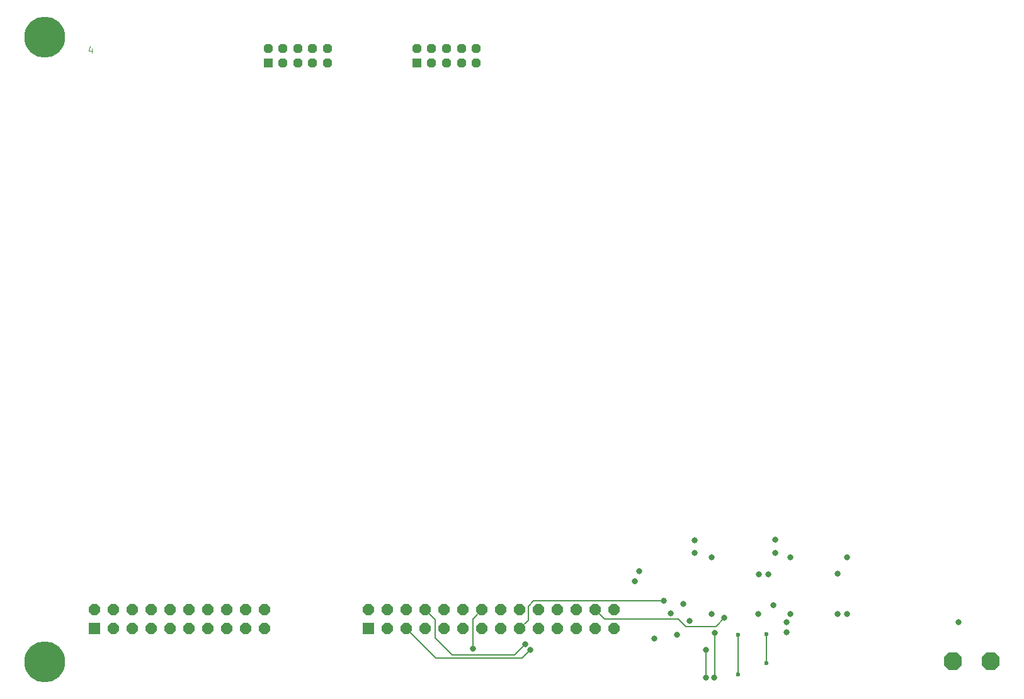
<source format=gbr>
%TF.GenerationSoftware,KiCad,Pcbnew,8.0.8-8.0.8-0~ubuntu22.04.1*%
%TF.CreationDate,2025-02-04T16:45:40+01:00*%
%TF.ProjectId,EEZ DIB 1.2 template,45455a20-4449-4422-9031-2e322074656d,rev?*%
%TF.SameCoordinates,Original*%
%TF.FileFunction,Copper,L4,Bot*%
%TF.FilePolarity,Positive*%
%FSLAX46Y46*%
G04 Gerber Fmt 4.6, Leading zero omitted, Abs format (unit mm)*
G04 Created by KiCad (PCBNEW 8.0.8-8.0.8-0~ubuntu22.04.1) date 2025-02-04 16:45:40*
%MOMM*%
%LPD*%
G01*
G04 APERTURE LIST*
G04 Aperture macros list*
%AMOutline5P*
0 Free polygon, 5 corners , with rotation*
0 The origin of the aperture is its center*
0 number of corners: always 5*
0 $1 to $10 corner X, Y*
0 $11 Rotation angle, in degrees counterclockwise*
0 create outline with 5 corners*
4,1,5,$1,$2,$3,$4,$5,$6,$7,$8,$9,$10,$1,$2,$11*%
%AMOutline6P*
0 Free polygon, 6 corners , with rotation*
0 The origin of the aperture is its center*
0 number of corners: always 6*
0 $1 to $12 corner X, Y*
0 $13 Rotation angle, in degrees counterclockwise*
0 create outline with 6 corners*
4,1,6,$1,$2,$3,$4,$5,$6,$7,$8,$9,$10,$11,$12,$1,$2,$13*%
%AMOutline7P*
0 Free polygon, 7 corners , with rotation*
0 The origin of the aperture is its center*
0 number of corners: always 7*
0 $1 to $14 corner X, Y*
0 $15 Rotation angle, in degrees counterclockwise*
0 create outline with 7 corners*
4,1,7,$1,$2,$3,$4,$5,$6,$7,$8,$9,$10,$11,$12,$13,$14,$1,$2,$15*%
%AMOutline8P*
0 Free polygon, 8 corners , with rotation*
0 The origin of the aperture is its center*
0 number of corners: always 8*
0 $1 to $16 corner X, Y*
0 $17 Rotation angle, in degrees counterclockwise*
0 create outline with 8 corners*
4,1,8,$1,$2,$3,$4,$5,$6,$7,$8,$9,$10,$11,$12,$13,$14,$15,$16,$1,$2,$17*%
G04 Aperture macros list end*
%ADD10C,0.101600*%
%TA.AperFunction,NonConductor*%
%ADD11C,0.101600*%
%TD*%
%TA.AperFunction,ComponentPad*%
%ADD12Outline8P,-1.200000X0.497056X-0.497056X1.200000X0.497056X1.200000X1.200000X0.497056X1.200000X-0.497056X0.497056X-1.200000X-0.497056X-1.200000X-1.200000X-0.497056X270.000000*%
%TD*%
%TA.AperFunction,ComponentPad*%
%ADD13R,1.200000X1.200000*%
%TD*%
%TA.AperFunction,ComponentPad*%
%ADD14Outline8P,-0.600000X0.248528X-0.248528X0.600000X0.248528X0.600000X0.600000X0.248528X0.600000X-0.248528X0.248528X-0.600000X-0.248528X-0.600000X-0.600000X-0.248528X0.000000*%
%TD*%
%TA.AperFunction,ComponentPad*%
%ADD15R,1.500000X1.500000*%
%TD*%
%TA.AperFunction,ComponentPad*%
%ADD16Outline8P,-0.750000X0.310660X-0.310660X0.750000X0.310660X0.750000X0.750000X0.310660X0.750000X-0.310660X0.310660X-0.750000X-0.310660X-0.750000X-0.750000X-0.310660X0.000000*%
%TD*%
%TA.AperFunction,ComponentPad*%
%ADD17C,5.500000*%
%TD*%
%TA.AperFunction,ComponentPad*%
%ADD18Outline8P,-0.750000X0.310660X-0.310660X0.750000X0.310660X0.750000X0.750000X0.310660X0.750000X-0.310660X0.310660X-0.750000X-0.310660X-0.750000X-0.750000X-0.310660X180.000000*%
%TD*%
%TA.AperFunction,ViaPad*%
%ADD19C,0.806400*%
%TD*%
%TA.AperFunction,ViaPad*%
%ADD20C,0.600000*%
%TD*%
%TA.AperFunction,Conductor*%
%ADD21C,0.203200*%
%TD*%
G04 APERTURE END LIST*
D10*
D11*
X92820672Y-64551210D02*
X92820672Y-65160810D01*
X92602957Y-64202868D02*
X92385243Y-64856010D01*
X92385243Y-64856010D02*
X92951300Y-64856010D01*
D12*
%TO.P,J1,1*%
%TO.N,PE*%
X213677100Y-146915600D03*
%TO.P,J1,2*%
%TO.N,unconnected-(J1-Pad2)*%
X208597100Y-146915600D03*
%TD*%
D13*
%TO.P,X4,1,Pin_1*%
%TO.N,GND*%
X136500000Y-66500000D03*
D14*
%TO.P,X4,2,Pin_2*%
X136500000Y-64500000D03*
%TO.P,X4,3,Pin_3*%
%TO.N,/DIB v1.2 interface/AFE2N*%
X138500000Y-66500000D03*
%TO.P,X4,4,Pin_4*%
%TO.N,/DIB v1.2 interface/AFE2P*%
X138500000Y-64500000D03*
%TO.P,X4,5,Pin_5*%
%TO.N,GND*%
X140500000Y-66500000D03*
%TO.P,X4,6,Pin_6*%
X140500000Y-64500000D03*
%TO.P,X4,7,Pin_7*%
%TO.N,ADIB2_ID0*%
X142500000Y-66500000D03*
%TO.P,X4,8,Pin_8*%
%TO.N,ADIB2_ID2*%
X142500000Y-64500000D03*
%TO.P,X4,9,Pin_9*%
%TO.N,ADIB2_ID1*%
X144500000Y-66500000D03*
%TO.P,X4,10,Pin_10*%
%TO.N,GND*%
X144500000Y-64500000D03*
%TD*%
D13*
%TO.P,X3,1,Pin_1*%
%TO.N,GND*%
X116500000Y-66500000D03*
D14*
%TO.P,X3,2,Pin_2*%
X116500000Y-64500000D03*
%TO.P,X3,3,Pin_3*%
%TO.N,/DIB v1.2 interface/AFE1N*%
X118500000Y-66500000D03*
%TO.P,X3,4,Pin_4*%
%TO.N,/DIB v1.2 interface/AFE1P*%
X118500000Y-64500000D03*
%TO.P,X3,5,Pin_5*%
%TO.N,GND*%
X120500000Y-66500000D03*
%TO.P,X3,6,Pin_6*%
X120500000Y-64500000D03*
%TO.P,X3,7,Pin_7*%
%TO.N,ADIB1_ID0*%
X122500000Y-66500000D03*
%TO.P,X3,8,Pin_8*%
%TO.N,ADIB1_ID2*%
X122500000Y-64500000D03*
%TO.P,X3,9,Pin_9*%
%TO.N,ADIB1_ID1*%
X124500000Y-66500000D03*
%TO.P,X3,10,Pin_10*%
%TO.N,GND*%
X124500000Y-64500000D03*
%TD*%
D15*
%TO.P,X2,1,Pin_1*%
%TO.N,+3V3*%
X129980000Y-142540000D03*
D16*
%TO.P,X2,2,Pin_2*%
%TO.N,unconnected-(X2-Pin_2-Pad2)*%
X129980000Y-140000000D03*
%TO.P,X2,3,Pin_3*%
%TO.N,unconnected-(X2-Pin_3-Pad3)*%
X132520000Y-142540000D03*
%TO.P,X2,4,Pin_4*%
%TO.N,/DIB v1.2 interface/DIB_NRESET*%
X132520000Y-140000000D03*
%TO.P,X2,5,Pin_5*%
%TO.N,/DIB v1.2 interface/DIB_SCL*%
X135060000Y-142540000D03*
%TO.P,X2,6,Pin_6*%
%TO.N,/DIB v1.2 interface/OE_SYNC*%
X135060000Y-140000000D03*
%TO.P,X2,7,Pin_7*%
%TO.N,GNDIO*%
X137600000Y-142540000D03*
%TO.P,X2,8,Pin_8*%
%TO.N,/DIB v1.2 interface/DIB_SDA*%
X137600000Y-140000000D03*
%TO.P,X2,9,Pin_9*%
%TO.N,Net-(RN1B-2)*%
X140140000Y-142540000D03*
%TO.P,X2,10,Pin_10*%
%TO.N,/DIB v1.2 interface/DIB_IRQ*%
X140140000Y-140000000D03*
%TO.P,X2,11,Pin_11*%
%TO.N,GNDIO*%
X142680000Y-142540000D03*
%TO.P,X2,12,Pin_12*%
%TO.N,/DIB v1.2 interface/DIB_CSB*%
X142680000Y-140000000D03*
%TO.P,X2,13,Pin_13*%
%TO.N,Net-(RN1C-2)*%
X145220000Y-142540000D03*
%TO.P,X2,14,Pin_14*%
%TO.N,Net-(RN1A-2)*%
X145220000Y-140000000D03*
%TO.P,X2,15,Pin_15*%
%TO.N,Net-(RN1D-2)*%
X147760000Y-142540000D03*
%TO.P,X2,16,Pin_16*%
%TO.N,GNDIO*%
X147760000Y-140000000D03*
%TO.P,X2,17,Pin_17*%
%TO.N,/DIB v1.2 interface/DIB_A0*%
X150300000Y-142540000D03*
%TO.P,X2,18,Pin_18*%
%TO.N,/DIB v1.2 interface/DIB_A2*%
X150300000Y-140000000D03*
%TO.P,X2,19,Pin_19*%
%TO.N,/DIB v1.2 interface/DIB_A1*%
X152840000Y-142540000D03*
%TO.P,X2,20,Pin_20*%
%TO.N,GNDIO*%
X152840000Y-140000000D03*
%TO.P,X2,21,Pin_21*%
%TO.N,unconnected-(X2-Pin_21-Pad21)*%
X155380000Y-142540000D03*
%TO.P,X2,22,Pin_22*%
%TO.N,unconnected-(X2-Pin_22-Pad22)*%
X155380000Y-140000000D03*
%TO.P,X2,23,Pin_23*%
%TO.N,+5V*%
X157920000Y-142540000D03*
%TO.P,X2,24,Pin_24*%
X157920000Y-140000000D03*
%TO.P,X2,25,Pin_25*%
%TO.N,GNDIO*%
X160460000Y-142540000D03*
%TO.P,X2,26,Pin_26*%
%TO.N,/DIB v1.2 interface/DIB_BOOT*%
X160460000Y-140000000D03*
%TO.P,X2,27,Pin_27*%
%TO.N,unconnected-(X2-Pin_27-Pad27)*%
X163000000Y-142540000D03*
%TO.P,X2,28,Pin_28*%
%TO.N,unconnected-(X2-Pin_28-Pad28)*%
X163000000Y-140000000D03*
%TD*%
D17*
%TO.P,KK1,*%
%TO.N,*%
X86500000Y-63000000D03*
%TD*%
D15*
%TO.P,X1,1,Pin_1*%
%TO.N,unconnected-(X1-Pin_1-Pad1)*%
X93140000Y-142540000D03*
D18*
%TO.P,X1,2,Pin_2*%
%TO.N,unconnected-(X1-Pin_2-Pad2)*%
X93140000Y-140000000D03*
%TO.P,X1,3,Pin_3*%
%TO.N,unconnected-(X1-Pin_3-Pad3)*%
X95680000Y-142540000D03*
%TO.P,X1,4,Pin_4*%
%TO.N,unconnected-(X1-Pin_4-Pad4)*%
X95680000Y-140000000D03*
%TO.P,X1,5,Pin_5*%
%TO.N,unconnected-(X1-Pin_5-Pad5)*%
X98220000Y-142540000D03*
%TO.P,X1,6,Pin_6*%
%TO.N,unconnected-(X1-Pin_6-Pad6)*%
X98220000Y-140000000D03*
%TO.P,X1,7,Pin_7*%
%TO.N,unconnected-(X1-Pin_7-Pad7)*%
X100760000Y-142540000D03*
%TO.P,X1,8,Pin_8*%
%TO.N,unconnected-(X1-Pin_8-Pad8)*%
X100760000Y-140000000D03*
%TO.P,X1,9,Pin_9*%
%TO.N,unconnected-(X1-Pin_9-Pad9)*%
X103300000Y-142540000D03*
%TO.P,X1,10,Pin_10*%
%TO.N,unconnected-(X1-Pin_10-Pad10)*%
X103300000Y-140000000D03*
%TO.P,X1,11,Pin_11*%
%TO.N,unconnected-(X1-Pin_11-Pad11)*%
X105840000Y-142540000D03*
%TO.P,X1,12,Pin_12*%
%TO.N,unconnected-(X1-Pin_12-Pad12)*%
X105840000Y-140000000D03*
%TO.P,X1,13,Pin_13*%
%TO.N,unconnected-(X1-Pin_13-Pad13)*%
X108380000Y-142540000D03*
%TO.P,X1,14,Pin_14*%
%TO.N,unconnected-(X1-Pin_14-Pad14)*%
X108380000Y-140000000D03*
%TO.P,X1,15,Pin_15*%
%TO.N,unconnected-(X1-Pin_15-Pad15)*%
X110920000Y-142540000D03*
%TO.P,X1,16,Pin_16*%
%TO.N,unconnected-(X1-Pin_16-Pad16)*%
X110920000Y-140000000D03*
%TO.P,X1,17,Pin_17*%
%TO.N,unconnected-(X1-Pin_17-Pad17)*%
X113460000Y-142540000D03*
%TO.P,X1,18,Pin_18*%
%TO.N,unconnected-(X1-Pin_18-Pad18)*%
X113460000Y-140000000D03*
%TO.P,X1,19,Pin_19*%
%TO.N,unconnected-(X1-Pin_19-Pad19)*%
X116000000Y-142540000D03*
%TO.P,X1,20,Pin_20*%
%TO.N,unconnected-(X1-Pin_20-Pad20)*%
X116000000Y-140000000D03*
%TD*%
D17*
%TO.P,KK2,*%
%TO.N,*%
X86500000Y-147000000D03*
%TD*%
D19*
%TO.N,GND*%
X176148600Y-132945600D03*
X209336000Y-141668500D03*
X183768600Y-135231600D03*
X184657600Y-130596100D03*
X194373100Y-132945600D03*
X186753100Y-132945600D03*
X173862600Y-130659600D03*
%TO.N,+3V3*%
X172338600Y-139232100D03*
X166433510Y-134810500D03*
X171449600Y-143359600D03*
X182435100Y-140565600D03*
X186245500Y-141668500D03*
X193103100Y-140565600D03*
%TO.N,GNDIO*%
X168401600Y-143867600D03*
X173164100Y-141485200D03*
X186245500Y-143002000D03*
X186753100Y-140565600D03*
X170624100Y-140481800D03*
X184403600Y-139359100D03*
X165848900Y-136171400D03*
X194373100Y-140565600D03*
X176148600Y-140565600D03*
%TO.N,/DIB v1.2 interface/DIB_A0*%
X169671600Y-138762200D03*
%TO.N,+3V3_ISO*%
X193039600Y-135168100D03*
X173862600Y-132374100D03*
X182498600Y-135231600D03*
X184657600Y-132374100D03*
%TO.N,/DIB v1.2 interface/DIB_SDA*%
X151066100Y-144629600D03*
%TO.N,/DIB v1.2 interface/DIB_SCL*%
X151764600Y-145391600D03*
%TO.N,/DIB v1.2 interface/DIB_BOOT*%
X177863502Y-141097002D03*
%TO.N,/DIB v1.2 interface/DIB_NRESET*%
X176593500Y-143129000D03*
X176466504Y-149138100D03*
%TO.N,/DIB v1.2 interface/OE_SYNC*%
X175387000Y-149138100D03*
X175387000Y-145391600D03*
D20*
%TO.N,/DIB v1.2 interface/DIB_CSB*%
X183515008Y-143256000D03*
X183515000Y-147193000D03*
%TO.N,/DIB v1.2 interface/DIB_IRQ*%
X179705000Y-143319506D03*
X179705000Y-148653500D03*
D19*
%TO.N,Net-(RN1A-2)*%
X144017600Y-145201100D03*
%TD*%
D21*
%TO.N,/DIB v1.2 interface/DIB_A0*%
X152220200Y-138800300D02*
X151511000Y-139509500D01*
X151511000Y-139509500D02*
X151511000Y-141373700D01*
X151511000Y-141373700D02*
X150341100Y-142543600D01*
X169671600Y-138762200D02*
X169633500Y-138800300D01*
X169633500Y-138800300D02*
X152220200Y-138800300D01*
%TO.N,/DIB v1.2 interface/DIB_SDA*%
X141223600Y-146026600D02*
X138937600Y-143740600D01*
X149669100Y-146026600D02*
X141223600Y-146026600D01*
X151066100Y-144629600D02*
X149669100Y-146026600D01*
X138937600Y-141300100D02*
X137641100Y-140003600D01*
X138937600Y-143740600D02*
X138937600Y-141300100D01*
%TO.N,/DIB v1.2 interface/DIB_SCL*%
X150645400Y-146471100D02*
X139028600Y-146471100D01*
X139028600Y-146471100D02*
X135101100Y-142543600D01*
X151724900Y-145391600D02*
X150645400Y-146471100D01*
X151764600Y-145391600D02*
X151724900Y-145391600D01*
%TO.N,/DIB v1.2 interface/DIB_BOOT*%
X172656500Y-142240000D02*
X176720504Y-142240000D01*
X160501100Y-140003600D02*
X161734100Y-141236600D01*
X176720504Y-142240000D02*
X177863502Y-141097002D01*
X161734100Y-141236600D02*
X171653100Y-141236600D01*
X171653100Y-141236600D02*
X172656500Y-142240000D01*
%TO.N,/DIB v1.2 interface/DIB_NRESET*%
X176593500Y-143129000D02*
X176593500Y-149098000D01*
X176593500Y-149098000D02*
X176553400Y-149138100D01*
X176553400Y-149138100D02*
X176466504Y-149138100D01*
%TO.N,/DIB v1.2 interface/OE_SYNC*%
X175387000Y-145391600D02*
X175387000Y-149138100D01*
%TO.N,/DIB v1.2 interface/DIB_CSB*%
X183515000Y-143256008D02*
X183515008Y-143256000D01*
X183515000Y-147193000D02*
X183515000Y-143256008D01*
%TO.N,/DIB v1.2 interface/DIB_IRQ*%
X179705000Y-143319506D02*
X179705000Y-148653500D01*
%TO.N,Net-(RN1A-2)*%
X144017600Y-141247100D02*
X145261100Y-140003600D01*
X144017600Y-145201100D02*
X144017600Y-141247100D01*
%TD*%
M02*

</source>
